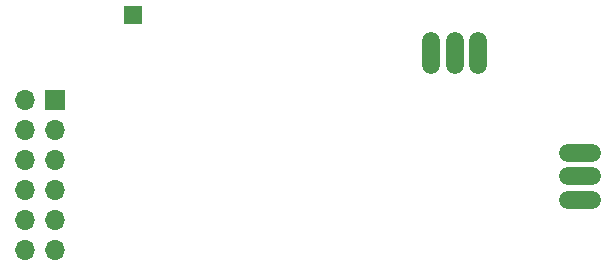
<source format=gbr>
%TF.GenerationSoftware,KiCad,Pcbnew,7.0.5*%
%TF.CreationDate,2023-07-06T17:03:01+08:00*%
%TF.ProjectId,GameRockerShaft,47616d65-526f-4636-9b65-725368616674,rev?*%
%TF.SameCoordinates,Original*%
%TF.FileFunction,Soldermask,Bot*%
%TF.FilePolarity,Negative*%
%FSLAX46Y46*%
G04 Gerber Fmt 4.6, Leading zero omitted, Abs format (unit mm)*
G04 Created by KiCad (PCBNEW 7.0.5) date 2023-07-06 17:03:01*
%MOMM*%
%LPD*%
G01*
G04 APERTURE LIST*
%ADD10O,1.500000X3.600000*%
%ADD11O,3.600000X1.500000*%
%ADD12R,1.500000X1.500000*%
%ADD13R,1.700000X1.700000*%
%ADD14O,1.700000X1.700000*%
G04 APERTURE END LIST*
D10*
%TO.C,J2*%
X114500000Y-81950000D03*
X116500000Y-81950000D03*
X118500000Y-81950000D03*
D11*
X127075000Y-94400000D03*
X127075000Y-92400000D03*
X127075000Y-90400000D03*
%TD*%
D12*
%TO.C,TP1*%
X89250000Y-78750000D03*
%TD*%
D13*
%TO.C,J1*%
X82625000Y-85920000D03*
D14*
X80085000Y-85920000D03*
X82625000Y-88460000D03*
X80085000Y-88460000D03*
X82625000Y-91000000D03*
X80085000Y-91000000D03*
X82625000Y-93540000D03*
X80085000Y-93540000D03*
X82625000Y-96080000D03*
X80085000Y-96080000D03*
X82625000Y-98620000D03*
X80085000Y-98620000D03*
%TD*%
M02*

</source>
